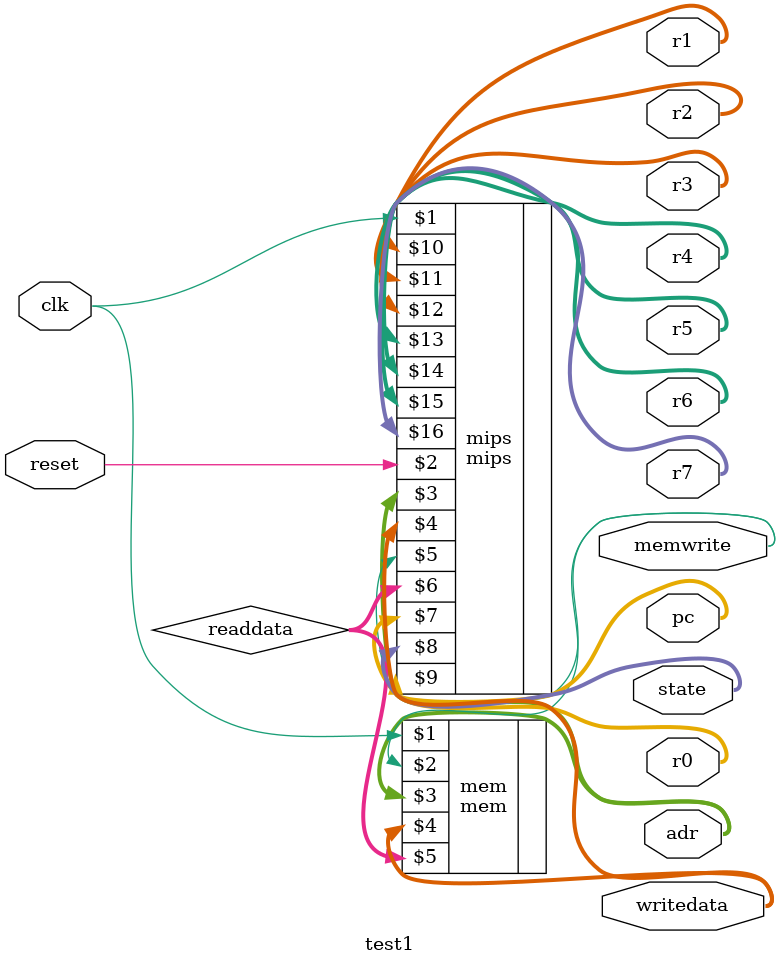
<source format=v>
module test1(	input clk, reset,
					output [15:0] pc,
					output [4:0] state,
					output [15:0] r0,r1,r2,r3,r4,r5,r6,r7,
					output [15:0] writedata, adr,
					output memwrite);

	wire [15:0] readdata;
	
	//instantiate processor and memory
	mips mips(clk, reset, adr, writedata, memwrite, readdata, pc, state, r0,r1,r2,r3,r4,r5,r6,r7);
	mem mem(clk, memwrite,adr, writedata, readdata);
				
endmodule 
</source>
